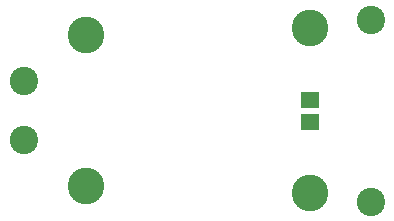
<source format=gbr>
G04 DipTrace 2.4.0.2*
%INBottomMask.gbr*%
%MOIN*%
%ADD22R,0.0631X0.0552*%
%ADD24C,0.1221*%
%ADD26C,0.0946*%
%FSLAX44Y44*%
G04*
G70*
G90*
G75*
G01*
%LNBotMask*%
%LPD*%
D26*
X5818Y7663D3*
X17393Y5616D3*
Y11679D3*
X5818Y9632D3*
D24*
X7901Y6129D3*
Y11169D3*
X15381Y5893D3*
Y11405D3*
D22*
X15380Y8256D3*
Y9004D3*
M02*

</source>
